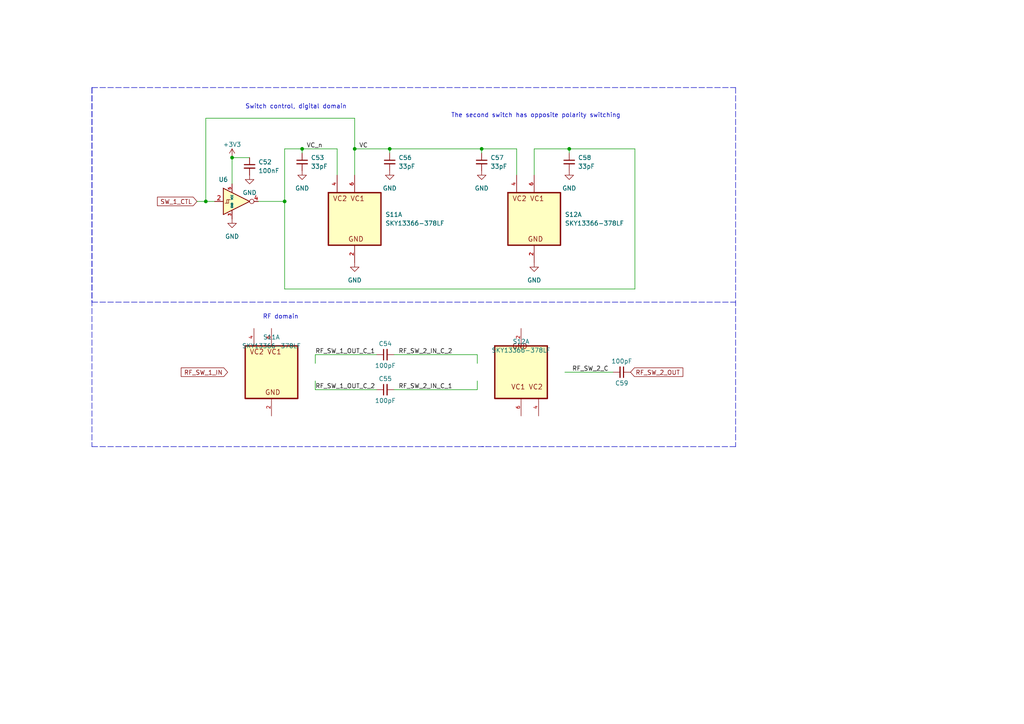
<source format=kicad_sch>
(kicad_sch (version 20211123) (generator eeschema)
  (paper "A4")
  (lib_symbols
    (symbol "74xGxx:SN74LVC1G14DBV"
      (property "Reference" "U" (at -2.54 5.08 0))
      (property "Value" "SN74LVC1G14DBV" (at 10.16 5.08 0))
      (symbol "SN74LVC1G14DBV_0_1"
        (polyline (pts (xy -1.016 0.508) (xy -0.508 0.508)))
        (polyline (pts (xy -2.54 3.81) (xy -2.54 -3.81) (xy 5.08 0) (xy -2.54 3.81)) (stroke (width 0.254)) (fill (type background)))
        (polyline (pts (xy -1.524 -0.508) (xy -1.524 0.508) (xy -1.016 0.508) (xy -1.016 -0.508) (xy -2.032 -0.508)))
        (circle (center 5.715 0) (radius 0.635))
      )
      (symbol "SN74LVC1G14DBV_1_1"
        (pin no_connect line (at 5.08 0 180) (length 2.54) hide (name "NC") (number "1"))
        (pin input line (at -5.08 0 0) (length 2.54) (name "~") (number "2"))
        (pin power_in line (at 0 -5.08 90) (length 2.54) (name "GND") (number "3"))
        (pin output line (at 7.62 0 180) (length 1.27) (name "~") (number "4"))
        (pin power_in line (at 0 5.08 270) (length 2.54) (name "VCC") (number "5"))
      )
    )
    (symbol "Device:C_Small" (pin_numbers hide) (pin_names (offset 0.254) hide)
      (property "Reference" "C" (at 0.254 1.778 0))
      (property "Value" "C_Small" (at 0.254 -2.032 0))
      (symbol "C_Small_0_1"
        (polyline (pts (xy -1.524 -0.508) (xy 1.524 -0.508)) (stroke (width 0.3302)))
        (polyline (pts (xy -1.524 0.508) (xy 1.524 0.508)) (stroke (width 0.3048)))
      )
      (symbol "C_Small_1_1"
        (pin passive line (at 0 2.54 270) (length 2.032) (name "~") (number "1"))
        (pin passive line (at 0 -2.54 90) (length 2.032) (name "~") (number "2"))
      )
    )
    (symbol "SKY13351-378LF:SKY13351-378LF" (pin_names (offset 1.016))
      (property "Reference" "U" (at 0 0 0))
      (property "Value" "SKY13351-378LF" (at 2.54 -12.7 0))
      (symbol "SKY13351-378LF_1_0"
        (rectangle (start -7.62 -7.62) (end 7.62 7.62) (stroke (width 0.4064)) (fill (type background)))
        (text "GND" (at -1.905 -6.6675 0) (effects (font (size 1.4224 1.4224)) (justify left bottom)))
        (text "VC1" (at -1.27 5.08 0) (effects (font (size 1.4224 1.4224)) (justify left bottom)))
        (text "VC2" (at -6.35 5.08 0) (effects (font (size 1.4224 1.4224)) (justify left bottom)))
        (pin power_in line (at 0 -12.7 90) (length 5.08) (name "~") (number "2"))
        (pin input line (at -5.08 12.7 270) (length 5.08) (name "~") (number "4"))
        (pin input line (at 0 12.7 270) (length 5.08) (name "~") (number "6"))
      )
      (symbol "SKY13351-378LF_2_0"
        (circle (center -2.0955 0) (radius 0.5119) (stroke (width 0.254)))
        (polyline (pts (xy -7.62 0) (xy -2.54 0)) (stroke (width 0.1524)))
        (polyline (pts (xy -1.524 0) (xy 2.54 0)) (stroke (width 0.254)))
        (polyline (pts (xy 7.62 -2.54) (xy 2.54 -2.54)) (stroke (width 0.1524)))
        (polyline (pts (xy 7.62 2.54) (xy 2.54 2.54)) (stroke (width 0.1524)))
        (circle (center 1.9685 -2.54) (radius 0.5119) (stroke (width 0.254)))
        (circle (center 1.9685 2.54) (radius 0.5119) (stroke (width 0.254)))
        (text "IN" (at -6.35 0.635 0) (effects (font (size 1.4224 1.4224)) (justify left bottom)))
        (text "RF1" (at 3.175 3.175 0) (effects (font (size 1.4224 1.4224)) (justify left bottom)))
        (text "RF2" (at 3.175 -1.905 0) (effects (font (size 1.4224 1.4224)) (justify left bottom)))
        (pin bidirectional line (at 12.7 2.54 180) (length 5.08) (name "~") (number "1"))
        (pin bidirectional line (at 12.7 -2.54 180) (length 5.08) (name "~") (number "3"))
        (pin bidirectional line (at -12.7 0 0) (length 5.08) (name "~") (number "5"))
      )
    )
    (symbol "power:+3V3" (power) (pin_names (offset 0))
      (property "Value" "+3V3" (at 0 3.556 0))
      (symbol "+3V3_0_1"
        (polyline (pts (xy -0.762 1.27) (xy 0 2.54)))
        (polyline (pts (xy 0 0) (xy 0 2.54)))
        (polyline (pts (xy 0 2.54) (xy 0.762 1.27)))
      )
      (symbol "+3V3_1_1"
        (pin power_in line (at 0 0 90) (length 0) hide (name "+3V3") (number "1"))
      )
    )
    (symbol "power:GND" (power) (pin_names (offset 0))
      (property "Value" "GND" (at 0 -3.81 0))
      (symbol "GND_0_1"
        (polyline (pts (xy 0 0) (xy 0 -1.27) (xy 1.27 -1.27) (xy 0 -2.54) (xy -1.27 -1.27) (xy 0 -1.27)))
      )
      (symbol "GND_1_1"
        (pin power_in line (at 0 0 270) (length 0) hide (name "GND") (number "1"))
      )
    )
  )
  (junction (at 59.69 58.42))
  (junction (at 87.63 43.18))
  (junction (at 67.31 45.72))
  (junction (at 139.7 43.18))
  (junction (at 113.03 43.18))
  (junction (at 102.87 43.18))
  (junction (at 82.55 58.42))
  (junction (at 165.1 43.18))
  (wire (pts (xy 91.44 102.87) (xy 109.22 102.87)))
  (wire (pts (xy 91.44 110.49) (xy 91.44 113.03)))
  (wire (pts (xy 184.15 83.82) (xy 184.15 43.18)))
  (wire (pts (xy 97.79 50.8) (xy 97.79 43.18)))
  (wire (pts (xy 59.69 58.42) (xy 62.23 58.42)))
  (wire (pts (xy 163.83 107.95) (xy 177.8 107.95)))
  (wire (pts (xy 138.43 113.03) (xy 138.43 110.49)))
  (wire (pts (xy 149.86 43.18) (xy 139.7 43.18)))
  (wire (pts (xy 59.69 34.29) (xy 102.87 34.29)))
  (polyline (pts (xy 26.67 25.4) (xy 213.36 25.4)))
  (wire (pts (xy 165.1 43.18) (xy 165.1 44.45)))
  (wire (pts (xy 59.69 58.42) (xy 59.69 34.29)))
  (wire (pts (xy 91.44 113.03) (xy 109.22 113.03)))
  (wire (pts (xy 82.55 43.18) (xy 82.55 58.42)))
  (wire (pts (xy 114.3 113.03) (xy 138.43 113.03)))
  (polyline (pts (xy 26.67 129.54) (xy 140.97 129.54)))
  (wire (pts (xy 154.94 50.8) (xy 154.94 43.18)))
  (wire (pts (xy 184.15 43.18) (xy 165.1 43.18)))
  (wire (pts (xy 67.31 45.72) (xy 72.39 45.72)))
  (wire (pts (xy 91.44 105.41) (xy 91.44 102.87)))
  (wire (pts (xy 113.03 43.18) (xy 139.7 43.18)))
  (wire (pts (xy 82.55 58.42) (xy 74.93 58.42)))
  (wire (pts (xy 139.7 43.18) (xy 139.7 44.45)))
  (wire (pts (xy 57.15 58.42) (xy 59.69 58.42)))
  (wire (pts (xy 154.94 43.18) (xy 165.1 43.18)))
  (wire (pts (xy 82.55 58.42) (xy 82.55 83.82)))
  (wire (pts (xy 149.86 50.8) (xy 149.86 43.18)))
  (wire (pts (xy 102.87 34.29) (xy 102.87 43.18)))
  (wire (pts (xy 82.55 83.82) (xy 184.15 83.82)))
  (wire (pts (xy 113.03 43.18) (xy 113.03 44.45)))
  (polyline (pts (xy 213.36 129.54) (xy 139.7 129.54)))
  (wire (pts (xy 67.31 45.72) (xy 67.31 53.34)))
  (polyline (pts (xy 26.67 25.4) (xy 26.67 87.63)))
  (polyline (pts (xy 213.36 25.4) (xy 213.36 129.54)))
  (wire (pts (xy 87.63 43.18) (xy 87.63 44.45)))
  (wire (pts (xy 102.87 50.8) (xy 102.87 43.18)))
  (polyline (pts (xy 26.67 87.63) (xy 213.36 87.63)))
  (wire (pts (xy 87.63 43.18) (xy 82.55 43.18)))
  (wire (pts (xy 138.43 102.87) (xy 138.43 105.41)))
  (wire (pts (xy 102.87 43.18) (xy 113.03 43.18)))
  (wire (pts (xy 97.79 43.18) (xy 87.63 43.18)))
  (wire (pts (xy 114.3 102.87) (xy 138.43 102.87)))
  (polyline (pts (xy 26.67 25.4) (xy 26.67 129.54)))
  (text "RF domain" (at 76.2 92.71 0) (effects (font (size 1.27 1.27)) (justify left bottom)))
  (text "Switch control, digital domain" (at 71.12 31.75 0) (effects (font (size 1.27 1.27)) (justify left bottom)))
  (text "The second switch has opposite polarity switching" (at 130.81 34.29 0) (effects (font (size 1.27 1.27)) (justify left bottom)))
  (label "VC" (at 104.14 43.18 0))
  (label "VC_n" (at 88.9 43.18 0))
  (label "RF_SW_2_IN_C_1" (at 115.57 113.03 0))
  (label "RF_SW_1_OUT_C_2" (at 91.44 113.03 0))
  (label "RF_SW_2_C" (at 176.53 107.95 180))
  (label "RF_SW_2_IN_C_2" (at 115.57 102.87 0))
  (label "RF_SW_1_OUT_C_1" (at 91.44 102.87 0))
  (global_label "SW_1_CTL" (shape input) (at 57.15 58.42 180) (property "Intersheet References" "${INTERSHEET_REFS}" (effects hide)))
  (global_label "RF_SW_1_IN" (shape input) (at 66.04 107.95 180) (property "Intersheet References" "${INTERSHEET_REFS}" (effects hide)))
  (global_label "RF_SW_2_OUT" (shape input) (at 182.88 107.95 0) (property "Intersheet References" "${INTERSHEET_REFS}" (effects hide)))
  (symbol (lib_id "power:GND") (at 139.7 49.53 0)
    (property "Reference" "#PWR0180" (effects hide))
    (property "Value" "GND" (at 139.7 54.61 0))
  )
  (symbol (lib_id "SKY13351-378LF:SKY13351-378LF") (at 102.87 63.5 0)
    (property "Reference" "S11" (at 111.76 62.2299 0) (effects (justify left)))
    (property "Value" "SKY13366-378LF" (at 111.76 64.7699 0) (effects (justify left)))
    (property "Footprint" "SKY13351-378LF:QFN6-LF" (effects hide))
    (property "MF" "Skyworks Solutions" (effects hide))
    (property "Description" "\nRF Switch IC 802.11/WiFi, WLAN SPDT 6 GHz 50Ohm 6-MLPD (1x1)\n" (effects hide))
    (property "Package" "XFDFN-6 Skyworks Solutions" (effects hide))
    (property "Price" "None" (effects hide))
    (property "SnapEDA_Link" "https://www.snapeda.com/parts/SKY13351-378LF/Skyworks+Solutions+Inc./view-part/?ref=snap" (effects hide))
    (property "MP" "SKY13351-378LF" (effects hide))
    (property "Purchase-URL" "https://www.snapeda.com/api/url_track_click_mouser/?unipart_id=549170&manufacturer=Skyworks Solutions&part_name=SKY13351-378LF&search_term=None" (effects hide))
    (property "Availability" "In Stock" (effects hide))
    (property "Check_prices" "https://www.snapeda.com/parts/SKY13351-378LF/Skyworks+Solutions+Inc./view-part/?ref=eda" (effects hide))
  )
  (symbol (lib_id "Device:C_Small") (at 72.39 48.26 0)
    (property "Reference" "C52" (at 74.93 46.9962 0) (effects (justify left)))
    (property "Value" "100nF" (at 74.93 49.5362 0) (effects (justify left)))
    (property "Footprint" "Capacitor_SMD:C_0402_1005Metric" (effects hide))
  )
  (symbol (lib_id "74xGxx:SN74LVC1G14DBV") (at 67.31 58.42 0)
    (property "Reference" "U6" (at 64.77 52.07 0))
    (property "Value" "SN74AUP1T04DCKR" (effects hide))
    (property "Footprint" "SamacSys_Parts:SOT65P210X110-5N" (effects hide))
    (property "Datasheet" "http://www.ti.com/lit/ds/symlink/sn74lvc1g14.pdf" (effects hide))
  )
  (symbol (lib_id "Device:C_Small") (at 180.34 107.95 270)
    (property "Reference" "C59" (at 180.34 111.125 90))
    (property "Value" "100pF" (at 180.34 104.775 90))
    (property "Footprint" "Capacitor_SMD:C_0402_1005Metric" (effects hide))
  )
  (symbol (lib_id "Device:C_Small") (at 165.1 46.99 0)
    (property "Reference" "C58" (at 167.64 45.7262 0) (effects (justify left)))
    (property "Value" "33pF" (at 167.64 48.2662 0) (effects (justify left)))
    (property "Footprint" "Capacitor_SMD:C_0402_1005Metric" (effects hide))
  )
  (symbol (lib_id "power:GND") (at 87.63 49.53 0)
    (property "Reference" "#PWR0175" (effects hide))
    (property "Value" "GND" (at 87.63 54.61 0))
  )
  (symbol (lib_id "power:GND") (at 72.39 50.8 0)
    (property "Reference" "#PWR0179" (effects hide))
    (property "Value" "GND" (at 72.39 55.88 0))
  )
  (symbol (lib_id "power:GND") (at 102.87 76.2 0)
    (property "Reference" "#PWR0176" (effects hide))
    (property "Value" "GND" (at 102.87 81.28 0))
  )
  (symbol (lib_id "Device:C_Small") (at 111.76 102.87 90)
    (property "Reference" "C54" (at 111.76 99.695 90))
    (property "Value" "100pF" (at 111.76 106.045 90))
    (property "Footprint" "Capacitor_SMD:C_0402_1005Metric" (effects hide))
  )
  (symbol (lib_id "SKY13351-378LF:SKY13351-378LF") (at 78.74 107.95 0)
    (property "Reference" "S11" (at 78.74 97.79 0))
    (property "Value" "SKY13366-378LF" (at 78.74 100.33 0))
    (property "Footprint" "SKY13351-378LF:QFN6-LF" (effects hide))
    (property "MF" "Skyworks Solutions" (effects hide))
    (property "Description" "\nRF Switch IC 802.11/WiFi, WLAN SPDT 6 GHz 50Ohm 6-MLPD (1x1)\n" (effects hide))
    (property "Package" "XFDFN-6 Skyworks Solutions" (effects hide))
    (property "Price" "None" (effects hide))
    (property "SnapEDA_Link" "https://www.snapeda.com/parts/SKY13351-378LF/Skyworks+Solutions+Inc./view-part/?ref=snap" (effects hide))
    (property "MP" "SKY13351-378LF" (effects hide))
    (property "Purchase-URL" "https://www.snapeda.com/api/url_track_click_mouser/?unipart_id=549170&manufacturer=Skyworks Solutions&part_name=SKY13351-378LF&search_term=None" (effects hide))
    (property "Availability" "In Stock" (effects hide))
    (property "Check_prices" "https://www.snapeda.com/parts/SKY13351-378LF/Skyworks+Solutions+Inc./view-part/?ref=eda" (effects hide))
  )
  (symbol (lib_id "power:+3V3") (at 67.31 45.72 0)
    (property "Reference" "#PWR0178" (effects hide))
    (property "Value" "+3V3" (at 67.31 41.91 0))
  )
  (symbol (lib_id "power:GND") (at 67.31 63.5 0)
    (property "Reference" "#PWR0181" (effects hide))
    (property "Value" "GND" (at 67.31 68.58 0))
  )
  (symbol (lib_id "SKY13351-378LF:SKY13351-378LF") (at 154.94 63.5 0)
    (property "Reference" "S12" (at 163.83 62.2299 0) (effects (justify left)))
    (property "Value" "SKY13366-378LF" (at 163.83 64.7699 0) (effects (justify left)))
    (property "Footprint" "SKY13351-378LF:QFN6-LF" (effects hide))
    (property "MF" "Skyworks Solutions" (effects hide))
    (property "Description" "\nRF Switch IC 802.11/WiFi, WLAN SPDT 6 GHz 50Ohm 6-MLPD (1x1)\n" (effects hide))
    (property "Package" "XFDFN-6 Skyworks Solutions" (effects hide))
    (property "Price" "None" (effects hide))
    (property "SnapEDA_Link" "https://www.snapeda.com/parts/SKY13351-378LF/Skyworks+Solutions+Inc./view-part/?ref=snap" (effects hide))
    (property "MP" "SKY13351-378LF" (effects hide))
    (property "Purchase-URL" "https://www.snapeda.com/api/url_track_click_mouser/?unipart_id=549170&manufacturer=Skyworks Solutions&part_name=SKY13351-378LF&search_term=None" (effects hide))
    (property "Availability" "In Stock" (effects hide))
    (property "Check_prices" "https://www.snapeda.com/parts/SKY13351-378LF/Skyworks+Solutions+Inc./view-part/?ref=eda" (effects hide))
  )
  (symbol (lib_id "Device:C_Small") (at 113.03 46.99 0)
    (property "Reference" "C56" (at 115.57 45.7262 0) (effects (justify left)))
    (property "Value" "33pF" (at 115.57 48.2662 0) (effects (justify left)))
    (property "Footprint" "Capacitor_SMD:C_0402_1005Metric" (effects hide))
  )
  (symbol (lib_id "power:GND") (at 165.1 49.53 0)
    (property "Reference" "#PWR0182" (effects hide))
    (property "Value" "GND" (at 165.1 54.61 0))
  )
  (symbol (lib_id "Device:C_Small") (at 87.63 46.99 0)
    (property "Reference" "C53" (at 90.17 45.7262 0) (effects (justify left)))
    (property "Value" "33pF" (at 90.17 48.2662 0) (effects (justify left)))
    (property "Footprint" "Capacitor_SMD:C_0402_1005Metric" (effects hide))
  )
  (symbol (lib_id "power:GND") (at 154.94 76.2 0)
    (property "Reference" "#PWR0183" (effects hide))
    (property "Value" "GND" (at 154.94 81.28 0))
  )
  (symbol (lib_id "Device:C_Small") (at 139.7 46.99 0)
    (property "Reference" "C57" (at 142.24 45.7262 0) (effects (justify left)))
    (property "Value" "33pF" (at 142.24 48.2662 0) (effects (justify left)))
    (property "Footprint" "Capacitor_SMD:C_0402_1005Metric" (effects hide))
  )
  (symbol (lib_id "Device:C_Small") (at 111.76 113.03 90)
    (property "Reference" "C55" (at 111.76 109.855 90))
    (property "Value" "100pF" (at 111.76 116.205 90))
    (property "Footprint" "Capacitor_SMD:C_0402_1005Metric" (effects hide))
  )
  (symbol (lib_id "SKY13351-378LF:SKY13351-378LF") (at 151.13 107.95 180)
    (property "Reference" "S12" (at 151.13 99.06 0))
    (property "Value" "SKY13366-378LF" (at 151.13 101.6 0))
    (property "Footprint" "SKY13351-378LF:QFN6-LF" (effects hide))
    (property "MF" "Skyworks Solutions" (effects hide))
    (property "Description" "\nRF Switch IC 802.11/WiFi, WLAN SPDT 6 GHz 50Ohm 6-MLPD (1x1)\n" (effects hide))
    (property "Package" "XFDFN-6 Skyworks Solutions" (effects hide))
    (property "Price" "None" (effects hide))
    (property "SnapEDA_Link" "https://www.snapeda.com/parts/SKY13351-378LF/Skyworks+Solutions+Inc./view-part/?ref=snap" (effects hide))
    (property "MP" "SKY13351-378LF" (effects hide))
    (property "Purchase-URL" "https://www.snapeda.com/api/url_track_click_mouser/?unipart_id=549170&manufacturer=Skyworks Solutions&part_name=SKY13351-378LF&search_term=None" (effects hide))
    (property "Availability" "In Stock" (effects hide))
    (property "Check_prices" "https://www.snapeda.com/parts/SKY13351-378LF/Skyworks+Solutions+Inc./view-part/?ref=eda" (effects hide))
  )
  (symbol (lib_id "power:GND") (at 113.03 49.53 0)
    (property "Reference" "#PWR0177" (effects hide))
    (property "Value" "GND" (at 113.03 54.61 0))
  )
)
</source>
